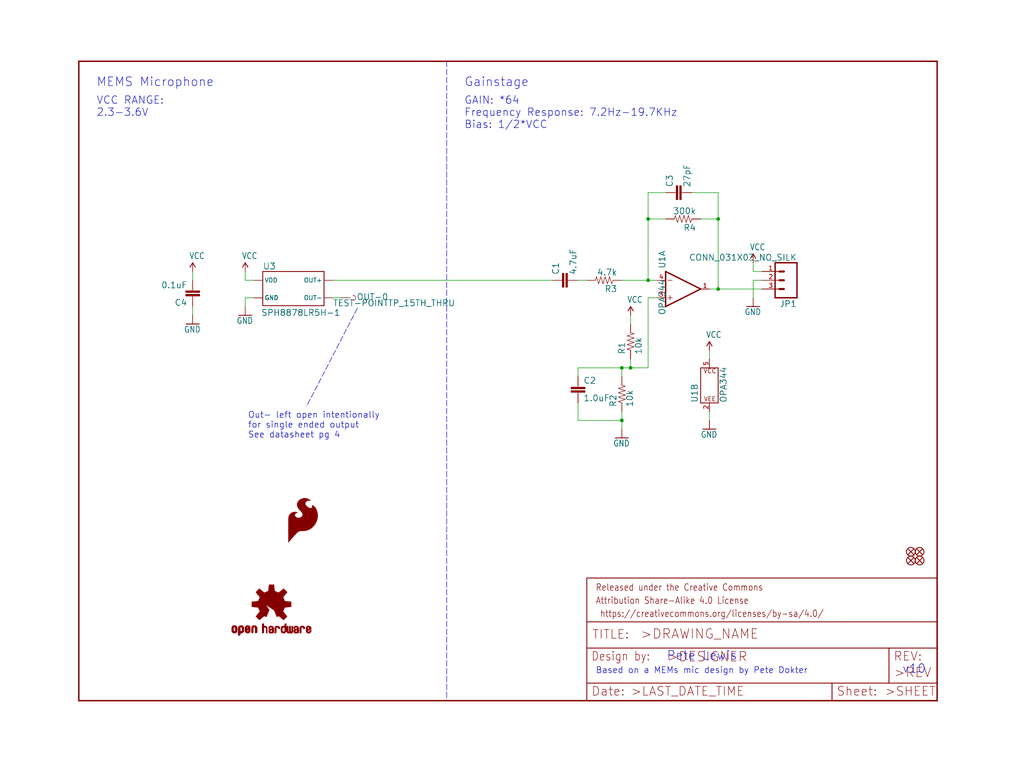
<source format=kicad_sch>
(kicad_sch (version 20211123) (generator eeschema)
  (paper "User" 297.002 223.926)
  (lib_symbols
    (symbol "eagleSchem-eagle-import:0.1UF-0603-25V-(+80{slash}-20%)"
      (property "Reference" "C" (at 1.524 2.921 0))
      (property "Value" "0.1UF-0603-25V-(+80{slash}-20%)" (at 1.524 -2.159 0))
      (symbol "0.1UF-0603-25V-(+80{slash}-20%)_1_0"
        (pin passive line (at 0 5.08 270) (length 2.54) (name "1") (number "1"))
        (pin passive line (at 0 -2.54 90) (length 2.54) (name "2") (number "2"))
      )
    )
    (symbol "eagleSchem-eagle-import:1.0UF-0603-16V-10%"
      (property "Reference" "C" (at 1.524 2.921 0))
      (property "Value" "1.0UF-0603-16V-10%" (at 1.524 -2.159 0))
      (symbol "1.0UF-0603-16V-10%_1_0"
        (pin passive line (at 0 5.08 270) (length 2.54) (name "1") (number "1"))
        (pin passive line (at 0 -2.54 90) (length 2.54) (name "2") (number "2"))
      )
    )
    (symbol "eagleSchem-eagle-import:10KOHM-0603-1{slash}10W-1%"
      (property "Reference" "R" (at 0 1.524 0))
      (property "Value" "10KOHM-0603-1{slash}10W-1%" (at 0 -1.524 0))
      (symbol "10KOHM-0603-1{slash}10W-1%_1_0"
        (pin passive line (at -5.08 0 0) (length 2.54) (name "1") (number "1"))
        (pin passive line (at 5.08 0 180) (length 2.54) (name "2") (number "2"))
      )
    )
    (symbol "eagleSchem-eagle-import:27PF-0603-50V-5%"
      (property "Reference" "C" (at 1.524 2.921 0))
      (property "Value" "27PF-0603-50V-5%" (at 1.524 -2.159 0))
      (symbol "27PF-0603-50V-5%_1_0"
        (pin passive line (at 0 5.08 270) (length 2.54) (name "1") (number "1"))
        (pin passive line (at 0 -2.54 90) (length 2.54) (name "2") (number "2"))
      )
    )
    (symbol "eagleSchem-eagle-import:300KOHM-0603-1{slash}10W-1%"
      (property "Reference" "R" (at 0 1.524 0))
      (property "Value" "300KOHM-0603-1{slash}10W-1%" (at 0 -1.524 0))
      (symbol "300KOHM-0603-1{slash}10W-1%_1_0"
        (pin passive line (at -5.08 0 0) (length 2.54) (name "1") (number "1"))
        (pin passive line (at 5.08 0 180) (length 2.54) (name "2") (number "2"))
      )
    )
    (symbol "eagleSchem-eagle-import:4.7KOHM-0603-1{slash}10W-1%"
      (property "Reference" "R" (at 0 1.524 0))
      (property "Value" "4.7KOHM-0603-1{slash}10W-1%" (at 0 -1.524 0))
      (symbol "4.7KOHM-0603-1{slash}10W-1%_1_0"
        (pin passive line (at -5.08 0 0) (length 2.54) (name "1") (number "1"))
        (pin passive line (at 5.08 0 180) (length 2.54) (name "2") (number "2"))
      )
    )
    (symbol "eagleSchem-eagle-import:4.7UF-0603-6.3V-(10%)"
      (property "Reference" "C" (at 1.524 2.921 0))
      (property "Value" "4.7UF-0603-6.3V-(10%)" (at 1.524 -2.159 0))
      (symbol "4.7UF-0603-6.3V-(10%)_1_0"
        (pin passive line (at 0 5.08 270) (length 2.54) (name "1") (number "1"))
        (pin passive line (at 0 -2.54 90) (length 2.54) (name "2") (number "2"))
      )
    )
    (symbol "eagleSchem-eagle-import:CONN_031X03_NO_SILK"
      (property "Reference" "J" (at -2.54 5.588 0))
      (property "Value" "CONN_031X03_NO_SILK" (at -2.54 -7.366 0))
      (symbol "CONN_031X03_NO_SILK_1_0"
        (pin passive line (at 7.62 -2.54 180) (length 5.08) (name "1") (number "1"))
        (pin passive line (at 7.62 0 180) (length 5.08) (name "2") (number "2"))
        (pin passive line (at 7.62 2.54 180) (length 5.08) (name "3") (number "3"))
      )
    )
    (symbol "eagleSchem-eagle-import:FIDUCIALUFIDUCIAL")
    (symbol "eagleSchem-eagle-import:FRAME-LETTER"
      (symbol "FRAME-LETTER_2_0"
        (text " https://creativecommons.org/licenses/by-sa/4.0/" (at 2.54 24.13 0) (effects (font (size 1.9304 1.6408)) (justify left bottom)))
        (text ">DESIGNER" (at 23.114 11.176 0) (effects (font (size 2.7432 2.7432)) (justify left bottom)))
        (text ">DRAWING_NAME" (at 15.494 17.78 0) (effects (font (size 2.7432 2.7432)) (justify left bottom)))
        (text ">LAST_DATE_TIME" (at 12.7 1.27 0) (effects (font (size 2.54 2.54)) (justify left bottom)))
        (text ">REV" (at 88.9 6.604 0) (effects (font (size 2.7432 2.7432)) (justify left bottom)))
        (text ">SHEET" (at 86.36 1.27 0) (effects (font (size 2.54 2.54)) (justify left bottom)))
        (text "Attribution Share-Alike 4.0 License" (at 2.54 27.94 0) (effects (font (size 1.9304 1.6408)) (justify left bottom)))
        (text "Date:" (at 1.27 1.27 0) (effects (font (size 2.54 2.54)) (justify left bottom)))
        (text "Design by:" (at 1.27 11.43 0) (effects (font (size 2.54 2.159)) (justify left bottom)))
        (text "Released under the Creative Commons" (at 2.54 31.75 0) (effects (font (size 1.9304 1.6408)) (justify left bottom)))
        (text "REV:" (at 88.9 11.43 0) (effects (font (size 2.54 2.54)) (justify left bottom)))
        (text "Sheet:" (at 72.39 1.27 0) (effects (font (size 2.54 2.54)) (justify left bottom)))
        (text "TITLE:" (at 1.524 17.78 0) (effects (font (size 2.54 2.54)) (justify left bottom)))
      )
    )
    (symbol "eagleSchem-eagle-import:GND" (power)
      (property "Value" "GND" (at 0 -0.254 0))
      (symbol "GND_1_0"
        (pin power_in line (at 0 2.54 270) (length 2.54) (name "GND") (number "1"))
      )
    )
    (symbol "eagleSchem-eagle-import:OPA344"
      (property "Value" "OPA344" (at 5.08 -5.08 90))
      (symbol "OPA344_1_0"
        (pin output line (at 7.62 0 180) (length 2.54) (name "OUT") (number "1"))
        (pin input line (at -7.62 -2.54 0) (length 2.54) (name "+IN") (number "3"))
        (pin input line (at -7.62 2.54 0) (length 2.54) (name "-IN") (number "4"))
      )
      (symbol "OPA344_2_0"
        (text "VCC" (at 0.127 3.429 0) (effects (font (size 1.27 1.27)) (justify bottom)))
        (text "VEE" (at 0.127 -4.699 0) (effects (font (size 1.27 1.27)) (justify bottom)))
        (pin bidirectional line (at 0 -7.62 90) (length 2.54) (name "P$V-") (number "2"))
        (pin bidirectional line (at 0 7.62 270) (length 2.54) (name "P$V+") (number "5"))
      )
    )
    (symbol "eagleSchem-eagle-import:OSHW-LOGOMINI")
    (symbol "eagleSchem-eagle-import:SFE_LOGO_FLAME.1_INCH")
    (symbol "eagleSchem-eagle-import:SPH8878LR5H-1"
      (property "Reference" "U" (at -7.62 5.334 0))
      (property "Value" "SPH8878LR5H-1" (at -7.62 -5.08 0))
      (symbol "SPH8878LR5H-1_1_0"
        (pin bidirectional line (at 12.7 2.54 180) (length 2.54) (name "OUT+") (number "1"))
        (pin bidirectional line (at -10.16 -2.54 0) (length 2.54) (name "GND") (number "2"))
        (pin bidirectional line (at -10.16 -2.54 0) (length 2.54) (name "GND") (number "3"))
        (pin bidirectional line (at -10.16 -2.54 0) (length 2.54) (name "GND") (number "4"))
        (pin bidirectional line (at -10.16 2.54 0) (length 2.54) (name "VDD") (number "5"))
        (pin bidirectional line (at 12.7 -2.54 180) (length 2.54) (name "OUT-") (number "6"))
      )
    )
    (symbol "eagleSchem-eagle-import:TEST-POINTTP_15TH_THRU"
      (property "Reference" "TP" (at -2.54 2.54 0))
      (property "Value" "TEST-POINTTP_15TH_THRU" (at -2.54 -2.54 0))
      (symbol "TEST-POINTTP_15TH_THRU_1_0"
        (pin bidirectional line (at 0 0 180) (length 0) (name "1") (number "1"))
      )
    )
    (symbol "eagleSchem-eagle-import:VCC" (power)
      (property "Value" "VCC" (at 0 2.794 0))
      (symbol "VCC_1_0"
        (pin power_in line (at 0 0 90) (length 2.54) (name "VCC") (number "1"))
      )
    )
  )
  (junction (at 182.88 106.68))
  (junction (at 208.28 83.82))
  (junction (at 208.28 63.5))
  (junction (at 180.34 106.68))
  (junction (at 187.96 63.5))
  (junction (at 187.96 81.28))
  (junction (at 180.34 121.92))
  (polyline (pts (xy 103.632 89.408) (xy 88.9 117.856)))
  (wire (pts (xy 55.88 81.28) (xy 55.88 78.74)))
  (wire (pts (xy 180.34 106.68) (xy 180.34 109.22)))
  (wire (pts (xy 182.88 104.14) (xy 182.88 106.68)))
  (wire (pts (xy 187.96 55.88) (xy 187.96 63.5)))
  (wire (pts (xy 182.88 93.98) (xy 182.88 91.44)))
  (wire (pts (xy 208.28 55.88) (xy 208.28 63.5)))
  (wire (pts (xy 218.44 81.28) (xy 218.44 86.36)))
  (wire (pts (xy 96.52 81.28) (xy 160.02 81.28)))
  (wire (pts (xy 220.98 81.28) (xy 218.44 81.28)))
  (wire (pts (xy 73.66 81.28) (xy 71.12 81.28)))
  (wire (pts (xy 220.98 78.74) (xy 218.44 78.74)))
  (wire (pts (xy 71.12 88.9) (xy 71.12 86.36)))
  (wire (pts (xy 190.5 86.36) (xy 187.96 86.36)))
  (wire (pts (xy 193.04 63.5) (xy 187.96 63.5)))
  (wire (pts (xy 208.28 83.82) (xy 220.98 83.82)))
  (wire (pts (xy 55.88 88.9) (xy 55.88 91.44)))
  (wire (pts (xy 167.64 81.28) (xy 170.18 81.28)))
  (wire (pts (xy 193.04 55.88) (xy 187.96 55.88)))
  (wire (pts (xy 180.34 81.28) (xy 187.96 81.28)))
  (wire (pts (xy 180.34 124.46) (xy 180.34 121.92)))
  (wire (pts (xy 187.96 106.68) (xy 182.88 106.68)))
  (wire (pts (xy 182.88 106.68) (xy 180.34 106.68)))
  (wire (pts (xy 167.64 121.92) (xy 180.34 121.92)))
  (wire (pts (xy 99.06 86.36) (xy 96.52 86.36)))
  (wire (pts (xy 71.12 86.36) (xy 73.66 86.36)))
  (polyline (pts (xy 129.54 17.78) (xy 129.54 203.2)))
  (wire (pts (xy 71.12 78.74) (xy 71.12 81.28)))
  (wire (pts (xy 205.74 104.14) (xy 205.74 101.6)))
  (wire (pts (xy 218.44 78.74) (xy 218.44 76.2)))
  (wire (pts (xy 167.64 109.22) (xy 167.64 106.68)))
  (wire (pts (xy 167.64 116.84) (xy 167.64 121.92)))
  (wire (pts (xy 167.64 106.68) (xy 180.34 106.68)))
  (wire (pts (xy 203.2 63.5) (xy 208.28 63.5)))
  (wire (pts (xy 205.74 119.38) (xy 205.74 121.92)))
  (wire (pts (xy 180.34 121.92) (xy 180.34 119.38)))
  (wire (pts (xy 187.96 86.36) (xy 187.96 106.68)))
  (wire (pts (xy 208.28 83.82) (xy 205.74 83.82)))
  (wire (pts (xy 187.96 63.5) (xy 187.96 81.28)))
  (wire (pts (xy 208.28 63.5) (xy 208.28 83.82)))
  (wire (pts (xy 200.66 55.88) (xy 208.28 55.88)))
  (wire (pts (xy 187.96 81.28) (xy 190.5 81.28)))
  (text "Based on a MEMs mic design by Pete Dokter" (at 172.72 195.58 180) (effects (font (size 1.778 1.778)) (justify left bottom)))
  (text "MEMS Microphone" (at 27.94 25.4 180) (effects (font (size 2.54 2.54)) (justify left bottom)))
  (text "VCC RANGE:\n2.3-3.6V" (at 27.94 27.94 180) (effects (font (size 2.1844 2.1844)) (justify left top)))
  (text "GAIN: *64\nFrequency Response: 7.2Hz-19.7KHz\nBias: 1/2*VCC" (at 134.62 27.94 0) (effects (font (size 2.1844 2.1844)) (justify left top)))
  (text "Gainstage" (at 134.62 25.4 180) (effects (font (size 2.54 2.54)) (justify left bottom)))
  (text "Pete Lewis" (at 193.294 191.77 180) (effects (font (size 2.54 2.54)) (justify left bottom)))
  (text "v10" (at 261.62 195.58 180) (effects (font (size 2.54 2.54)) (justify left bottom)))
  (text "Out- left open intentionally\nfor single ended output\nSee datasheet pg 4" (at 71.882 127.254 0) (effects (font (size 1.778 1.778)) (justify left bottom)))
  (symbol (lib_id "eagleSchem-eagle-import:FRAME-LETTER") (at 22.86 203.2 0) (unit 1)
    (property "Reference" "FRAME2" (effects hide))
    (property "Value" "FRAME-LETTER" (effects hide))
    (property "Footprint" "eagleSchem:CREATIVE_COMMONS" (effects hide))
  )
  (symbol (lib_id "eagleSchem-eagle-import:OSHW-LOGOMINI") (at 78.74 175.26 0) (unit 1)
    (property "Reference" "LOGO2" (effects hide))
    (property "Value" "OSHW-LOGOMINI" (effects hide))
    (property "Footprint" "eagleSchem:OSHW-LOGO-MINI" (effects hide))
  )
  (symbol (lib_id "eagleSchem-eagle-import:OPA344") (at 205.74 111.76 0) (unit 2)
    (property "Reference" "U1" (at 202.438 116.84 90) (effects (font (size 1.778 1.778)) (justify left bottom)))
    (property "Value" "OPA344" (at 210.82 116.84 90) (effects (font (size 1.778 1.778)) (justify left bottom)))
    (property "Footprint" "eagleSchem:SOT23-5" (effects hide))
  )
  (symbol (lib_id "eagleSchem-eagle-import:TEST-POINTTP_15TH_THRU") (at 99.06 86.36 0) (unit 1)
    (property "Reference" "OUT-0" (at 103.378 87.122 0) (effects (font (size 1.778 1.778)) (justify left bottom)))
    (property "Value" "TEST-POINTTP_15TH_THRU" (at 96.52 88.9 0) (effects (font (size 1.778 1.778)) (justify left bottom)))
    (property "Footprint" "eagleSchem:TP_15TH" (effects hide))
  )
  (symbol (lib_id "eagleSchem-eagle-import:1.0UF-0603-16V-10%") (at 167.64 114.3 0) (unit 1)
    (property "Reference" "C2" (at 169.164 111.379 0) (effects (font (size 1.778 1.778)) (justify left bottom)))
    (property "Value" "1.0uF" (at 169.164 116.459 0) (effects (font (size 1.778 1.778)) (justify left bottom)))
    (property "Footprint" "eagleSchem:0603" (effects hide))
  )
  (symbol (lib_id "eagleSchem-eagle-import:VCC") (at 218.44 76.2 0) (unit 1)
    (property "Reference" "#P+2" (effects hide))
    (property "Value" "VCC" (at 217.424 72.644 0) (effects (font (size 1.778 1.5113)) (justify left bottom)))
    (property "Footprint" "eagleSchem:" (effects hide))
  )
  (symbol (lib_id "eagleSchem-eagle-import:GND") (at 55.88 93.98 0) (unit 1)
    (property "Reference" "#GND3" (effects hide))
    (property "Value" "GND" (at 53.34 96.52 0) (effects (font (size 1.778 1.5113)) (justify left bottom)))
    (property "Footprint" "eagleSchem:" (effects hide))
  )
  (symbol (lib_id "eagleSchem-eagle-import:VCC") (at 55.88 78.74 0) (unit 1)
    (property "Reference" "#P+5" (effects hide))
    (property "Value" "VCC" (at 54.864 75.184 0) (effects (font (size 1.778 1.5113)) (justify left bottom)))
    (property "Footprint" "eagleSchem:" (effects hide))
  )
  (symbol (lib_id "eagleSchem-eagle-import:FIDUCIALUFIDUCIAL") (at 266.7 162.56 0) (unit 1)
    (property "Reference" "FD3" (effects hide))
    (property "Value" "FIDUCIALUFIDUCIAL" (effects hide))
    (property "Footprint" "eagleSchem:FIDUCIAL-MICRO" (effects hide))
  )
  (symbol (lib_id "eagleSchem-eagle-import:CONN_031X03_NO_SILK") (at 228.6 81.28 180) (unit 1)
    (property "Reference" "JP1" (at 231.14 87.122 0) (effects (font (size 1.778 1.778)) (justify left bottom)))
    (property "Value" "CONN_031X03_NO_SILK" (at 231.14 73.66 0) (effects (font (size 1.778 1.778)) (justify left bottom)))
    (property "Footprint" "eagleSchem:1X03_NO_SILK" (effects hide))
  )
  (symbol (lib_id "eagleSchem-eagle-import:FRAME-LETTER") (at 170.18 203.2 0) (unit 2)
    (property "Reference" "FRAME2" (effects hide))
    (property "Value" "FRAME-LETTER" (effects hide))
    (property "Footprint" "eagleSchem:CREATIVE_COMMONS" (effects hide))
  )
  (symbol (lib_id "eagleSchem-eagle-import:GND") (at 205.74 124.46 0) (unit 1)
    (property "Reference" "#GND1" (effects hide))
    (property "Value" "GND" (at 203.2 127 0) (effects (font (size 1.778 1.5113)) (justify left bottom)))
    (property "Footprint" "eagleSchem:" (effects hide))
  )
  (symbol (lib_id "eagleSchem-eagle-import:OPA344") (at 198.12 83.82 0) (unit 1)
    (property "Reference" "U1" (at 193.04 77.978 90) (effects (font (size 1.778 1.778)) (justify left bottom)))
    (property "Value" "OPA344" (at 193.04 91.44 90) (effects (font (size 1.778 1.778)) (justify left bottom)))
    (property "Footprint" "eagleSchem:SOT23-5" (effects hide))
  )
  (symbol (lib_id "eagleSchem-eagle-import:10KOHM-0603-1{slash}10W-1%") (at 182.88 99.06 90) (unit 1)
    (property "Reference" "R1" (at 181.3814 102.87 0) (effects (font (size 1.778 1.778)) (justify left bottom)))
    (property "Value" "10k" (at 186.182 102.87 0) (effects (font (size 1.778 1.778)) (justify left bottom)))
    (property "Footprint" "eagleSchem:0603" (effects hide))
  )
  (symbol (lib_id "eagleSchem-eagle-import:SFE_LOGO_FLAME.1_INCH") (at 83.312 157.734 0) (unit 1)
    (property "Reference" "LOGO1" (effects hide))
    (property "Value" "SFE_LOGO_FLAME.1_INCH" (effects hide))
    (property "Footprint" "eagleSchem:SFE_LOGO_FLAME_.1" (effects hide))
  )
  (symbol (lib_id "eagleSchem-eagle-import:4.7UF-0603-6.3V-(10%)") (at 165.1 81.28 90) (unit 1)
    (property "Reference" "C1" (at 162.179 79.756 0) (effects (font (size 1.778 1.778)) (justify left bottom)))
    (property "Value" "4.7uF" (at 167.259 79.756 0) (effects (font (size 1.778 1.778)) (justify left bottom)))
    (property "Footprint" "eagleSchem:0603" (effects hide))
  )
  (symbol (lib_id "eagleSchem-eagle-import:10KOHM-0603-1{slash}10W-1%") (at 180.34 114.3 90) (unit 1)
    (property "Reference" "R2" (at 178.8414 118.11 0) (effects (font (size 1.778 1.778)) (justify left bottom)))
    (property "Value" "10k" (at 183.642 118.11 0) (effects (font (size 1.778 1.778)) (justify left bottom)))
    (property "Footprint" "eagleSchem:0603" (effects hide))
  )
  (symbol (lib_id "eagleSchem-eagle-import:VCC") (at 182.88 91.44 0) (unit 1)
    (property "Reference" "#P+4" (effects hide))
    (property "Value" "VCC" (at 181.864 87.884 0) (effects (font (size 1.778 1.5113)) (justify left bottom)))
    (property "Footprint" "eagleSchem:" (effects hide))
  )
  (symbol (lib_id "eagleSchem-eagle-import:VCC") (at 71.12 78.74 0) (unit 1)
    (property "Reference" "#P+3" (effects hide))
    (property "Value" "VCC" (at 70.104 75.184 0) (effects (font (size 1.778 1.5113)) (justify left bottom)))
    (property "Footprint" "eagleSchem:" (effects hide))
  )
  (symbol (lib_id "eagleSchem-eagle-import:4.7KOHM-0603-1{slash}10W-1%") (at 175.26 81.28 180) (unit 1)
    (property "Reference" "R3" (at 179.07 82.7786 0) (effects (font (size 1.778 1.778)) (justify left bottom)))
    (property "Value" "4.7k" (at 179.07 77.978 0) (effects (font (size 1.778 1.778)) (justify left bottom)))
    (property "Footprint" "eagleSchem:0603" (effects hide))
  )
  (symbol (lib_id "eagleSchem-eagle-import:FIDUCIALUFIDUCIAL") (at 264.16 162.56 0) (unit 1)
    (property "Reference" "FD4" (effects hide))
    (property "Value" "FIDUCIALUFIDUCIAL" (effects hide))
    (property "Footprint" "eagleSchem:FIDUCIAL-MICRO" (effects hide))
  )
  (symbol (lib_id "eagleSchem-eagle-import:SPH8878LR5H-1") (at 83.82 83.82 0) (unit 1)
    (property "Reference" "U3" (at 76.2 78.232 0) (effects (font (size 1.778 1.778)) (justify left bottom)))
    (property "Value" "SPH8878LR5H-1" (at 75.692 89.662 0) (effects (font (size 1.778 1.778)) (justify left top)))
    (property "Footprint" "eagleSchem:SPH8878LR5H-1" (effects hide))
  )
  (symbol (lib_id "eagleSchem-eagle-import:27PF-0603-50V-5%") (at 198.12 55.88 90) (unit 1)
    (property "Reference" "C3" (at 195.199 54.356 0) (effects (font (size 1.778 1.778)) (justify left bottom)))
    (property "Value" "27pF" (at 200.279 54.356 0) (effects (font (size 1.778 1.778)) (justify left bottom)))
    (property "Footprint" "eagleSchem:0603" (effects hide))
  )
  (symbol (lib_id "eagleSchem-eagle-import:GND") (at 218.44 88.9 0) (unit 1)
    (property "Reference" "#GND2" (effects hide))
    (property "Value" "GND" (at 215.9 91.44 0) (effects (font (size 1.778 1.5113)) (justify left bottom)))
    (property "Footprint" "eagleSchem:" (effects hide))
  )
  (symbol (lib_id "eagleSchem-eagle-import:0.1UF-0603-25V-(+80{slash}-20%)") (at 55.88 83.82 180) (unit 1)
    (property "Reference" "C4" (at 54.356 86.741 0) (effects (font (size 1.778 1.778)) (justify left bottom)))
    (property "Value" "0.1uF" (at 54.356 81.661 0) (effects (font (size 1.778 1.778)) (justify left bottom)))
    (property "Footprint" "eagleSchem:0603" (effects hide))
  )
  (symbol (lib_id "eagleSchem-eagle-import:300KOHM-0603-1{slash}10W-1%") (at 198.12 63.5 180) (unit 1)
    (property "Reference" "R4" (at 201.93 64.9986 0) (effects (font (size 1.778 1.778)) (justify left bottom)))
    (property "Value" "300k" (at 201.93 60.198 0) (effects (font (size 1.778 1.778)) (justify left bottom)))
    (property "Footprint" "eagleSchem:0603" (effects hide))
  )
  (symbol (lib_id "eagleSchem-eagle-import:GND") (at 180.34 127 0) (unit 1)
    (property "Reference" "#GND4" (effects hide))
    (property "Value" "GND" (at 177.8 129.54 0) (effects (font (size 1.778 1.5113)) (justify left bottom)))
    (property "Footprint" "eagleSchem:" (effects hide))
  )
  (symbol (lib_id "eagleSchem-eagle-import:GND") (at 71.12 91.44 0) (unit 1)
    (property "Reference" "#GND5" (effects hide))
    (property "Value" "GND" (at 68.58 93.98 0) (effects (font (size 1.778 1.5113)) (justify left bottom)))
    (property "Footprint" "eagleSchem:" (effects hide))
  )
  (symbol (lib_id "eagleSchem-eagle-import:VCC") (at 205.74 101.6 0) (unit 1)
    (property "Reference" "#P+1" (effects hide))
    (property "Value" "VCC" (at 204.724 98.044 0) (effects (font (size 1.778 1.5113)) (justify left bottom)))
    (property "Footprint" "eagleSchem:" (effects hide))
  )
  (symbol (lib_id "eagleSchem-eagle-import:FIDUCIALUFIDUCIAL") (at 264.16 160.02 0) (unit 1)
    (property "Reference" "FD1" (effects hide))
    (property "Value" "FIDUCIALUFIDUCIAL" (effects hide))
    (property "Footprint" "eagleSchem:FIDUCIAL-MICRO" (effects hide))
  )
  (symbol (lib_id "eagleSchem-eagle-import:FIDUCIALUFIDUCIAL") (at 266.7 160.02 0) (unit 1)
    (property "Reference" "FD2" (effects hide))
    (property "Value" "FIDUCIALUFIDUCIAL" (effects hide))
    (property "Footprint" "eagleSchem:FIDUCIAL-MICRO" (effects hide))
  )
)
</source>
